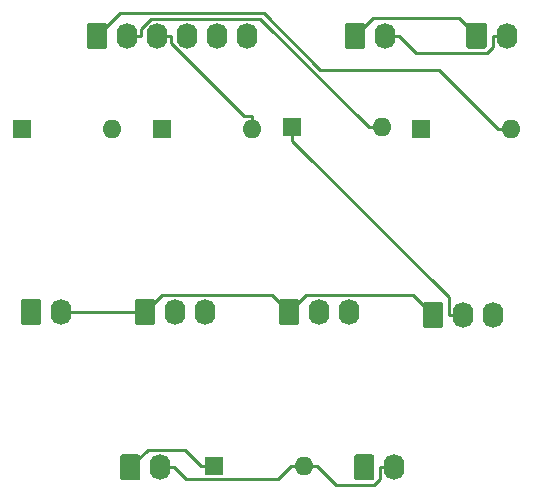
<source format=gbr>
G04 #@! TF.GenerationSoftware,KiCad,Pcbnew,(5.1.5-0-10_14)*
G04 #@! TF.CreationDate,2021-03-15T05:56:14+10:00*
G04 #@! TF.ProjectId,OH - Left Console 5 - Fuel Panel,4f48202d-204c-4656-9674-20436f6e736f,rev?*
G04 #@! TF.SameCoordinates,Original*
G04 #@! TF.FileFunction,Copper,L2,Bot*
G04 #@! TF.FilePolarity,Positive*
%FSLAX46Y46*%
G04 Gerber Fmt 4.6, Leading zero omitted, Abs format (unit mm)*
G04 Created by KiCad (PCBNEW (5.1.5-0-10_14)) date 2021-03-15 05:56:14*
%MOMM*%
%LPD*%
G04 APERTURE LIST*
%ADD10O,1.740000X2.200000*%
%ADD11C,0.100000*%
%ADD12O,1.600000X1.600000*%
%ADD13R,1.600000X1.600000*%
%ADD14C,0.250000*%
G04 APERTURE END LIST*
D10*
X119126000Y-59944000D03*
X116586000Y-59944000D03*
X114046000Y-59944000D03*
X111506000Y-59944000D03*
X108966000Y-59944000D03*
G04 #@! TA.AperFunction,ComponentPad*
D11*
G36*
X107070505Y-58845204D02*
G01*
X107094773Y-58848804D01*
X107118572Y-58854765D01*
X107141671Y-58863030D01*
X107163850Y-58873520D01*
X107184893Y-58886132D01*
X107204599Y-58900747D01*
X107222777Y-58917223D01*
X107239253Y-58935401D01*
X107253868Y-58955107D01*
X107266480Y-58976150D01*
X107276970Y-58998329D01*
X107285235Y-59021428D01*
X107291196Y-59045227D01*
X107294796Y-59069495D01*
X107296000Y-59093999D01*
X107296000Y-60794001D01*
X107294796Y-60818505D01*
X107291196Y-60842773D01*
X107285235Y-60866572D01*
X107276970Y-60889671D01*
X107266480Y-60911850D01*
X107253868Y-60932893D01*
X107239253Y-60952599D01*
X107222777Y-60970777D01*
X107204599Y-60987253D01*
X107184893Y-61001868D01*
X107163850Y-61014480D01*
X107141671Y-61024970D01*
X107118572Y-61033235D01*
X107094773Y-61039196D01*
X107070505Y-61042796D01*
X107046001Y-61044000D01*
X105805999Y-61044000D01*
X105781495Y-61042796D01*
X105757227Y-61039196D01*
X105733428Y-61033235D01*
X105710329Y-61024970D01*
X105688150Y-61014480D01*
X105667107Y-61001868D01*
X105647401Y-60987253D01*
X105629223Y-60970777D01*
X105612747Y-60952599D01*
X105598132Y-60932893D01*
X105585520Y-60911850D01*
X105575030Y-60889671D01*
X105566765Y-60866572D01*
X105560804Y-60842773D01*
X105557204Y-60818505D01*
X105556000Y-60794001D01*
X105556000Y-59093999D01*
X105557204Y-59069495D01*
X105560804Y-59045227D01*
X105566765Y-59021428D01*
X105575030Y-58998329D01*
X105585520Y-58976150D01*
X105598132Y-58955107D01*
X105612747Y-58935401D01*
X105629223Y-58917223D01*
X105647401Y-58900747D01*
X105667107Y-58886132D01*
X105688150Y-58873520D01*
X105710329Y-58863030D01*
X105733428Y-58854765D01*
X105757227Y-58848804D01*
X105781495Y-58845204D01*
X105805999Y-58844000D01*
X107046001Y-58844000D01*
X107070505Y-58845204D01*
G37*
G04 #@! TD.AperFunction*
D10*
X131572000Y-96487000D03*
G04 #@! TA.AperFunction,ComponentPad*
D11*
G36*
X129676505Y-95388204D02*
G01*
X129700773Y-95391804D01*
X129724572Y-95397765D01*
X129747671Y-95406030D01*
X129769850Y-95416520D01*
X129790893Y-95429132D01*
X129810599Y-95443747D01*
X129828777Y-95460223D01*
X129845253Y-95478401D01*
X129859868Y-95498107D01*
X129872480Y-95519150D01*
X129882970Y-95541329D01*
X129891235Y-95564428D01*
X129897196Y-95588227D01*
X129900796Y-95612495D01*
X129902000Y-95636999D01*
X129902000Y-97337001D01*
X129900796Y-97361505D01*
X129897196Y-97385773D01*
X129891235Y-97409572D01*
X129882970Y-97432671D01*
X129872480Y-97454850D01*
X129859868Y-97475893D01*
X129845253Y-97495599D01*
X129828777Y-97513777D01*
X129810599Y-97530253D01*
X129790893Y-97544868D01*
X129769850Y-97557480D01*
X129747671Y-97567970D01*
X129724572Y-97576235D01*
X129700773Y-97582196D01*
X129676505Y-97585796D01*
X129652001Y-97587000D01*
X128411999Y-97587000D01*
X128387495Y-97585796D01*
X128363227Y-97582196D01*
X128339428Y-97576235D01*
X128316329Y-97567970D01*
X128294150Y-97557480D01*
X128273107Y-97544868D01*
X128253401Y-97530253D01*
X128235223Y-97513777D01*
X128218747Y-97495599D01*
X128204132Y-97475893D01*
X128191520Y-97454850D01*
X128181030Y-97432671D01*
X128172765Y-97409572D01*
X128166804Y-97385773D01*
X128163204Y-97361505D01*
X128162000Y-97337001D01*
X128162000Y-95636999D01*
X128163204Y-95612495D01*
X128166804Y-95588227D01*
X128172765Y-95564428D01*
X128181030Y-95541329D01*
X128191520Y-95519150D01*
X128204132Y-95498107D01*
X128218747Y-95478401D01*
X128235223Y-95460223D01*
X128253401Y-95443747D01*
X128273107Y-95429132D01*
X128294150Y-95416520D01*
X128316329Y-95406030D01*
X128339428Y-95397765D01*
X128363227Y-95391804D01*
X128387495Y-95388204D01*
X128411999Y-95387000D01*
X129652001Y-95387000D01*
X129676505Y-95388204D01*
G37*
G04 #@! TD.AperFunction*
D10*
X111760000Y-96487000D03*
G04 #@! TA.AperFunction,ComponentPad*
D11*
G36*
X109864505Y-95388204D02*
G01*
X109888773Y-95391804D01*
X109912572Y-95397765D01*
X109935671Y-95406030D01*
X109957850Y-95416520D01*
X109978893Y-95429132D01*
X109998599Y-95443747D01*
X110016777Y-95460223D01*
X110033253Y-95478401D01*
X110047868Y-95498107D01*
X110060480Y-95519150D01*
X110070970Y-95541329D01*
X110079235Y-95564428D01*
X110085196Y-95588227D01*
X110088796Y-95612495D01*
X110090000Y-95636999D01*
X110090000Y-97337001D01*
X110088796Y-97361505D01*
X110085196Y-97385773D01*
X110079235Y-97409572D01*
X110070970Y-97432671D01*
X110060480Y-97454850D01*
X110047868Y-97475893D01*
X110033253Y-97495599D01*
X110016777Y-97513777D01*
X109998599Y-97530253D01*
X109978893Y-97544868D01*
X109957850Y-97557480D01*
X109935671Y-97567970D01*
X109912572Y-97576235D01*
X109888773Y-97582196D01*
X109864505Y-97585796D01*
X109840001Y-97587000D01*
X108599999Y-97587000D01*
X108575495Y-97585796D01*
X108551227Y-97582196D01*
X108527428Y-97576235D01*
X108504329Y-97567970D01*
X108482150Y-97557480D01*
X108461107Y-97544868D01*
X108441401Y-97530253D01*
X108423223Y-97513777D01*
X108406747Y-97495599D01*
X108392132Y-97475893D01*
X108379520Y-97454850D01*
X108369030Y-97432671D01*
X108360765Y-97409572D01*
X108354804Y-97385773D01*
X108351204Y-97361505D01*
X108350000Y-97337001D01*
X108350000Y-95636999D01*
X108351204Y-95612495D01*
X108354804Y-95588227D01*
X108360765Y-95564428D01*
X108369030Y-95541329D01*
X108379520Y-95519150D01*
X108392132Y-95498107D01*
X108406747Y-95478401D01*
X108423223Y-95460223D01*
X108441401Y-95443747D01*
X108461107Y-95429132D01*
X108482150Y-95416520D01*
X108504329Y-95406030D01*
X108527428Y-95397765D01*
X108551227Y-95391804D01*
X108575495Y-95388204D01*
X108599999Y-95387000D01*
X109840001Y-95387000D01*
X109864505Y-95388204D01*
G37*
G04 #@! TD.AperFunction*
D12*
X123952000Y-96360000D03*
D13*
X116332000Y-96360000D03*
D10*
X115570000Y-83311000D03*
X113030000Y-83311000D03*
G04 #@! TA.AperFunction,ComponentPad*
D11*
G36*
X111134505Y-82212204D02*
G01*
X111158773Y-82215804D01*
X111182572Y-82221765D01*
X111205671Y-82230030D01*
X111227850Y-82240520D01*
X111248893Y-82253132D01*
X111268599Y-82267747D01*
X111286777Y-82284223D01*
X111303253Y-82302401D01*
X111317868Y-82322107D01*
X111330480Y-82343150D01*
X111340970Y-82365329D01*
X111349235Y-82388428D01*
X111355196Y-82412227D01*
X111358796Y-82436495D01*
X111360000Y-82460999D01*
X111360000Y-84161001D01*
X111358796Y-84185505D01*
X111355196Y-84209773D01*
X111349235Y-84233572D01*
X111340970Y-84256671D01*
X111330480Y-84278850D01*
X111317868Y-84299893D01*
X111303253Y-84319599D01*
X111286777Y-84337777D01*
X111268599Y-84354253D01*
X111248893Y-84368868D01*
X111227850Y-84381480D01*
X111205671Y-84391970D01*
X111182572Y-84400235D01*
X111158773Y-84406196D01*
X111134505Y-84409796D01*
X111110001Y-84411000D01*
X109869999Y-84411000D01*
X109845495Y-84409796D01*
X109821227Y-84406196D01*
X109797428Y-84400235D01*
X109774329Y-84391970D01*
X109752150Y-84381480D01*
X109731107Y-84368868D01*
X109711401Y-84354253D01*
X109693223Y-84337777D01*
X109676747Y-84319599D01*
X109662132Y-84299893D01*
X109649520Y-84278850D01*
X109639030Y-84256671D01*
X109630765Y-84233572D01*
X109624804Y-84209773D01*
X109621204Y-84185505D01*
X109620000Y-84161001D01*
X109620000Y-82460999D01*
X109621204Y-82436495D01*
X109624804Y-82412227D01*
X109630765Y-82388428D01*
X109639030Y-82365329D01*
X109649520Y-82343150D01*
X109662132Y-82322107D01*
X109676747Y-82302401D01*
X109693223Y-82284223D01*
X109711401Y-82267747D01*
X109731107Y-82253132D01*
X109752150Y-82240520D01*
X109774329Y-82230030D01*
X109797428Y-82221765D01*
X109821227Y-82215804D01*
X109845495Y-82212204D01*
X109869999Y-82211000D01*
X111110001Y-82211000D01*
X111134505Y-82212204D01*
G37*
G04 #@! TD.AperFunction*
D10*
X139954000Y-83565000D03*
X137414000Y-83565000D03*
G04 #@! TA.AperFunction,ComponentPad*
D11*
G36*
X135518505Y-82466204D02*
G01*
X135542773Y-82469804D01*
X135566572Y-82475765D01*
X135589671Y-82484030D01*
X135611850Y-82494520D01*
X135632893Y-82507132D01*
X135652599Y-82521747D01*
X135670777Y-82538223D01*
X135687253Y-82556401D01*
X135701868Y-82576107D01*
X135714480Y-82597150D01*
X135724970Y-82619329D01*
X135733235Y-82642428D01*
X135739196Y-82666227D01*
X135742796Y-82690495D01*
X135744000Y-82714999D01*
X135744000Y-84415001D01*
X135742796Y-84439505D01*
X135739196Y-84463773D01*
X135733235Y-84487572D01*
X135724970Y-84510671D01*
X135714480Y-84532850D01*
X135701868Y-84553893D01*
X135687253Y-84573599D01*
X135670777Y-84591777D01*
X135652599Y-84608253D01*
X135632893Y-84622868D01*
X135611850Y-84635480D01*
X135589671Y-84645970D01*
X135566572Y-84654235D01*
X135542773Y-84660196D01*
X135518505Y-84663796D01*
X135494001Y-84665000D01*
X134253999Y-84665000D01*
X134229495Y-84663796D01*
X134205227Y-84660196D01*
X134181428Y-84654235D01*
X134158329Y-84645970D01*
X134136150Y-84635480D01*
X134115107Y-84622868D01*
X134095401Y-84608253D01*
X134077223Y-84591777D01*
X134060747Y-84573599D01*
X134046132Y-84553893D01*
X134033520Y-84532850D01*
X134023030Y-84510671D01*
X134014765Y-84487572D01*
X134008804Y-84463773D01*
X134005204Y-84439505D01*
X134004000Y-84415001D01*
X134004000Y-82714999D01*
X134005204Y-82690495D01*
X134008804Y-82666227D01*
X134014765Y-82642428D01*
X134023030Y-82619329D01*
X134033520Y-82597150D01*
X134046132Y-82576107D01*
X134060747Y-82556401D01*
X134077223Y-82538223D01*
X134095401Y-82521747D01*
X134115107Y-82507132D01*
X134136150Y-82494520D01*
X134158329Y-82484030D01*
X134181428Y-82475765D01*
X134205227Y-82469804D01*
X134229495Y-82466204D01*
X134253999Y-82465000D01*
X135494001Y-82465000D01*
X135518505Y-82466204D01*
G37*
G04 #@! TD.AperFunction*
D10*
X103378000Y-83311000D03*
G04 #@! TA.AperFunction,ComponentPad*
D11*
G36*
X101482505Y-82212204D02*
G01*
X101506773Y-82215804D01*
X101530572Y-82221765D01*
X101553671Y-82230030D01*
X101575850Y-82240520D01*
X101596893Y-82253132D01*
X101616599Y-82267747D01*
X101634777Y-82284223D01*
X101651253Y-82302401D01*
X101665868Y-82322107D01*
X101678480Y-82343150D01*
X101688970Y-82365329D01*
X101697235Y-82388428D01*
X101703196Y-82412227D01*
X101706796Y-82436495D01*
X101708000Y-82460999D01*
X101708000Y-84161001D01*
X101706796Y-84185505D01*
X101703196Y-84209773D01*
X101697235Y-84233572D01*
X101688970Y-84256671D01*
X101678480Y-84278850D01*
X101665868Y-84299893D01*
X101651253Y-84319599D01*
X101634777Y-84337777D01*
X101616599Y-84354253D01*
X101596893Y-84368868D01*
X101575850Y-84381480D01*
X101553671Y-84391970D01*
X101530572Y-84400235D01*
X101506773Y-84406196D01*
X101482505Y-84409796D01*
X101458001Y-84411000D01*
X100217999Y-84411000D01*
X100193495Y-84409796D01*
X100169227Y-84406196D01*
X100145428Y-84400235D01*
X100122329Y-84391970D01*
X100100150Y-84381480D01*
X100079107Y-84368868D01*
X100059401Y-84354253D01*
X100041223Y-84337777D01*
X100024747Y-84319599D01*
X100010132Y-84299893D01*
X99997520Y-84278850D01*
X99987030Y-84256671D01*
X99978765Y-84233572D01*
X99972804Y-84209773D01*
X99969204Y-84185505D01*
X99968000Y-84161001D01*
X99968000Y-82460999D01*
X99969204Y-82436495D01*
X99972804Y-82412227D01*
X99978765Y-82388428D01*
X99987030Y-82365329D01*
X99997520Y-82343150D01*
X100010132Y-82322107D01*
X100024747Y-82302401D01*
X100041223Y-82284223D01*
X100059401Y-82267747D01*
X100079107Y-82253132D01*
X100100150Y-82240520D01*
X100122329Y-82230030D01*
X100145428Y-82221765D01*
X100169227Y-82215804D01*
X100193495Y-82212204D01*
X100217999Y-82211000D01*
X101458001Y-82211000D01*
X101482505Y-82212204D01*
G37*
G04 #@! TD.AperFunction*
D10*
X127762000Y-83311000D03*
X125222000Y-83311000D03*
G04 #@! TA.AperFunction,ComponentPad*
D11*
G36*
X123326505Y-82212204D02*
G01*
X123350773Y-82215804D01*
X123374572Y-82221765D01*
X123397671Y-82230030D01*
X123419850Y-82240520D01*
X123440893Y-82253132D01*
X123460599Y-82267747D01*
X123478777Y-82284223D01*
X123495253Y-82302401D01*
X123509868Y-82322107D01*
X123522480Y-82343150D01*
X123532970Y-82365329D01*
X123541235Y-82388428D01*
X123547196Y-82412227D01*
X123550796Y-82436495D01*
X123552000Y-82460999D01*
X123552000Y-84161001D01*
X123550796Y-84185505D01*
X123547196Y-84209773D01*
X123541235Y-84233572D01*
X123532970Y-84256671D01*
X123522480Y-84278850D01*
X123509868Y-84299893D01*
X123495253Y-84319599D01*
X123478777Y-84337777D01*
X123460599Y-84354253D01*
X123440893Y-84368868D01*
X123419850Y-84381480D01*
X123397671Y-84391970D01*
X123374572Y-84400235D01*
X123350773Y-84406196D01*
X123326505Y-84409796D01*
X123302001Y-84411000D01*
X122061999Y-84411000D01*
X122037495Y-84409796D01*
X122013227Y-84406196D01*
X121989428Y-84400235D01*
X121966329Y-84391970D01*
X121944150Y-84381480D01*
X121923107Y-84368868D01*
X121903401Y-84354253D01*
X121885223Y-84337777D01*
X121868747Y-84319599D01*
X121854132Y-84299893D01*
X121841520Y-84278850D01*
X121831030Y-84256671D01*
X121822765Y-84233572D01*
X121816804Y-84209773D01*
X121813204Y-84185505D01*
X121812000Y-84161001D01*
X121812000Y-82460999D01*
X121813204Y-82436495D01*
X121816804Y-82412227D01*
X121822765Y-82388428D01*
X121831030Y-82365329D01*
X121841520Y-82343150D01*
X121854132Y-82322107D01*
X121868747Y-82302401D01*
X121885223Y-82284223D01*
X121903401Y-82267747D01*
X121923107Y-82253132D01*
X121944150Y-82240520D01*
X121966329Y-82230030D01*
X121989428Y-82221765D01*
X122013227Y-82215804D01*
X122037495Y-82212204D01*
X122061999Y-82211000D01*
X123302001Y-82211000D01*
X123326505Y-82212204D01*
G37*
G04 #@! TD.AperFunction*
D10*
X141097000Y-59944000D03*
G04 #@! TA.AperFunction,ComponentPad*
D11*
G36*
X139201505Y-58845204D02*
G01*
X139225773Y-58848804D01*
X139249572Y-58854765D01*
X139272671Y-58863030D01*
X139294850Y-58873520D01*
X139315893Y-58886132D01*
X139335599Y-58900747D01*
X139353777Y-58917223D01*
X139370253Y-58935401D01*
X139384868Y-58955107D01*
X139397480Y-58976150D01*
X139407970Y-58998329D01*
X139416235Y-59021428D01*
X139422196Y-59045227D01*
X139425796Y-59069495D01*
X139427000Y-59093999D01*
X139427000Y-60794001D01*
X139425796Y-60818505D01*
X139422196Y-60842773D01*
X139416235Y-60866572D01*
X139407970Y-60889671D01*
X139397480Y-60911850D01*
X139384868Y-60932893D01*
X139370253Y-60952599D01*
X139353777Y-60970777D01*
X139335599Y-60987253D01*
X139315893Y-61001868D01*
X139294850Y-61014480D01*
X139272671Y-61024970D01*
X139249572Y-61033235D01*
X139225773Y-61039196D01*
X139201505Y-61042796D01*
X139177001Y-61044000D01*
X137936999Y-61044000D01*
X137912495Y-61042796D01*
X137888227Y-61039196D01*
X137864428Y-61033235D01*
X137841329Y-61024970D01*
X137819150Y-61014480D01*
X137798107Y-61001868D01*
X137778401Y-60987253D01*
X137760223Y-60970777D01*
X137743747Y-60952599D01*
X137729132Y-60932893D01*
X137716520Y-60911850D01*
X137706030Y-60889671D01*
X137697765Y-60866572D01*
X137691804Y-60842773D01*
X137688204Y-60818505D01*
X137687000Y-60794001D01*
X137687000Y-59093999D01*
X137688204Y-59069495D01*
X137691804Y-59045227D01*
X137697765Y-59021428D01*
X137706030Y-58998329D01*
X137716520Y-58976150D01*
X137729132Y-58955107D01*
X137743747Y-58935401D01*
X137760223Y-58917223D01*
X137778401Y-58900747D01*
X137798107Y-58886132D01*
X137819150Y-58873520D01*
X137841329Y-58863030D01*
X137864428Y-58854765D01*
X137888227Y-58848804D01*
X137912495Y-58845204D01*
X137936999Y-58844000D01*
X139177001Y-58844000D01*
X139201505Y-58845204D01*
G37*
G04 #@! TD.AperFunction*
D10*
X130810000Y-59944000D03*
G04 #@! TA.AperFunction,ComponentPad*
D11*
G36*
X128914505Y-58845204D02*
G01*
X128938773Y-58848804D01*
X128962572Y-58854765D01*
X128985671Y-58863030D01*
X129007850Y-58873520D01*
X129028893Y-58886132D01*
X129048599Y-58900747D01*
X129066777Y-58917223D01*
X129083253Y-58935401D01*
X129097868Y-58955107D01*
X129110480Y-58976150D01*
X129120970Y-58998329D01*
X129129235Y-59021428D01*
X129135196Y-59045227D01*
X129138796Y-59069495D01*
X129140000Y-59093999D01*
X129140000Y-60794001D01*
X129138796Y-60818505D01*
X129135196Y-60842773D01*
X129129235Y-60866572D01*
X129120970Y-60889671D01*
X129110480Y-60911850D01*
X129097868Y-60932893D01*
X129083253Y-60952599D01*
X129066777Y-60970777D01*
X129048599Y-60987253D01*
X129028893Y-61001868D01*
X129007850Y-61014480D01*
X128985671Y-61024970D01*
X128962572Y-61033235D01*
X128938773Y-61039196D01*
X128914505Y-61042796D01*
X128890001Y-61044000D01*
X127649999Y-61044000D01*
X127625495Y-61042796D01*
X127601227Y-61039196D01*
X127577428Y-61033235D01*
X127554329Y-61024970D01*
X127532150Y-61014480D01*
X127511107Y-61001868D01*
X127491401Y-60987253D01*
X127473223Y-60970777D01*
X127456747Y-60952599D01*
X127442132Y-60932893D01*
X127429520Y-60911850D01*
X127419030Y-60889671D01*
X127410765Y-60866572D01*
X127404804Y-60842773D01*
X127401204Y-60818505D01*
X127400000Y-60794001D01*
X127400000Y-59093999D01*
X127401204Y-59069495D01*
X127404804Y-59045227D01*
X127410765Y-59021428D01*
X127419030Y-58998329D01*
X127429520Y-58976150D01*
X127442132Y-58955107D01*
X127456747Y-58935401D01*
X127473223Y-58917223D01*
X127491401Y-58900747D01*
X127511107Y-58886132D01*
X127532150Y-58873520D01*
X127554329Y-58863030D01*
X127577428Y-58854765D01*
X127601227Y-58848804D01*
X127625495Y-58845204D01*
X127649999Y-58844000D01*
X128890001Y-58844000D01*
X128914505Y-58845204D01*
G37*
G04 #@! TD.AperFunction*
D12*
X107696000Y-67818000D03*
D13*
X100076000Y-67818000D03*
D12*
X119507000Y-67818000D03*
D13*
X111887000Y-67818000D03*
D12*
X130556000Y-67691000D03*
D13*
X122936000Y-67691000D03*
D12*
X141478000Y-67818000D03*
D13*
X133858000Y-67818000D03*
D14*
X122936000Y-67691000D02*
X122936000Y-68816300D01*
X137414000Y-83565000D02*
X136218700Y-83565000D01*
X136218700Y-83565000D02*
X136218700Y-82099000D01*
X136218700Y-82099000D02*
X122936000Y-68816300D01*
X141097000Y-59944000D02*
X139901700Y-59944000D01*
X130810000Y-59944000D02*
X132005300Y-59944000D01*
X132005300Y-59944000D02*
X133436700Y-61375400D01*
X133436700Y-61375400D02*
X139441500Y-61375400D01*
X139441500Y-61375400D02*
X139901700Y-60915200D01*
X139901700Y-60915200D02*
X139901700Y-59944000D01*
X128270000Y-59944000D02*
X129739800Y-58474200D01*
X129739800Y-58474200D02*
X137087200Y-58474200D01*
X137087200Y-58474200D02*
X138557000Y-59944000D01*
X123952000Y-96360000D02*
X122826700Y-96360000D01*
X111760000Y-96487000D02*
X112955300Y-96487000D01*
X112955300Y-96487000D02*
X113953600Y-97485300D01*
X113953600Y-97485300D02*
X121701400Y-97485300D01*
X121701400Y-97485300D02*
X122826700Y-96360000D01*
X131572000Y-96487000D02*
X130376700Y-96487000D01*
X123952000Y-96360000D02*
X125077300Y-96360000D01*
X125077300Y-96360000D02*
X126664800Y-97947500D01*
X126664800Y-97947500D02*
X129887400Y-97947500D01*
X129887400Y-97947500D02*
X130376700Y-97458200D01*
X130376700Y-97458200D02*
X130376700Y-96487000D01*
X116332000Y-96360000D02*
X115206700Y-96360000D01*
X115206700Y-96360000D02*
X113837600Y-94990900D01*
X113837600Y-94990900D02*
X110716100Y-94990900D01*
X110716100Y-94990900D02*
X109220000Y-96487000D01*
X140352700Y-67818000D02*
X135348600Y-62813900D01*
X135348600Y-62813900D02*
X125301500Y-62813900D01*
X125301500Y-62813900D02*
X120535000Y-58047400D01*
X120535000Y-58047400D02*
X108322600Y-58047400D01*
X108322600Y-58047400D02*
X106426000Y-59944000D01*
X141478000Y-67818000D02*
X140352700Y-67818000D01*
X108966000Y-59944000D02*
X110161300Y-59944000D01*
X130556000Y-67691000D02*
X129430700Y-67691000D01*
X129430700Y-67691000D02*
X120237400Y-58497700D01*
X120237400Y-58497700D02*
X111009900Y-58497700D01*
X111009900Y-58497700D02*
X110161300Y-59346300D01*
X110161300Y-59346300D02*
X110161300Y-59944000D01*
X119507000Y-67818000D02*
X119507000Y-66692700D01*
X111506000Y-59944000D02*
X112701300Y-59944000D01*
X112701300Y-59944000D02*
X112701300Y-60528200D01*
X112701300Y-60528200D02*
X118865800Y-66692700D01*
X118865800Y-66692700D02*
X119507000Y-66692700D01*
X134874000Y-83565000D02*
X133191900Y-81882900D01*
X133191900Y-81882900D02*
X124110100Y-81882900D01*
X124110100Y-81882900D02*
X122682000Y-83311000D01*
X122682000Y-83311000D02*
X121239300Y-81868300D01*
X121239300Y-81868300D02*
X111932700Y-81868300D01*
X111932700Y-81868300D02*
X110490000Y-83311000D01*
X110490000Y-83311000D02*
X104573300Y-83311000D01*
X103378000Y-83311000D02*
X104573300Y-83311000D01*
M02*

</source>
